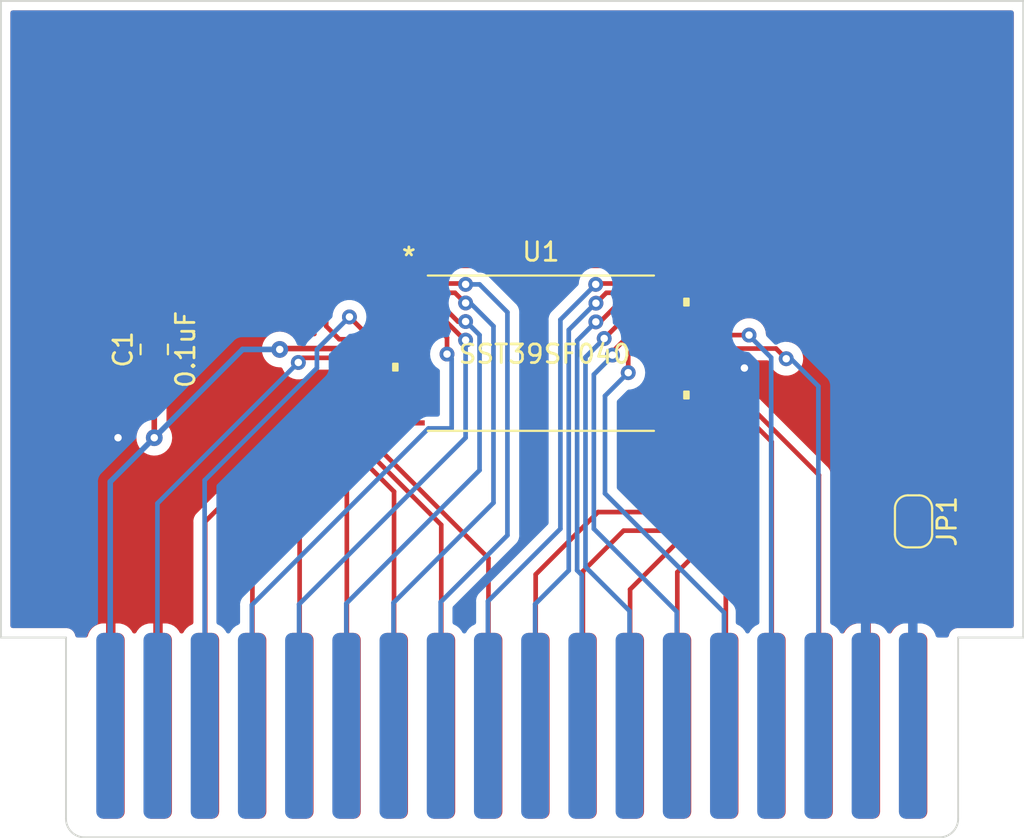
<source format=kicad_pcb>
(kicad_pcb (version 20211014) (generator pcbnew)
  (layers (0 "F.Cu" signal) (31 "B.Cu" signal) (34 "B.Paste" user) (35 "F.Paste" user) (36 "B.SilkS" user "B.Silkscreen") (37 "F.SilkS" user "F.Silkscreen") (38 "B.Mask" user) (39 "F.Mask" user) (44 "Edge.Cuts" user))
  (net 0 "")
  (net 1 "/VCC")
  (net 2 "/GND")
  (net 3 "/A16")
  (net 4 "/A15")
  (net 5 "/A12")
  (net 6 "/A7")
  (net 7 "/A6")
  (net 8 "/A5")
  (net 9 "/A4")
  (net 10 "/A3")
  (net 11 "/A2")
  (net 12 "/A1")
  (net 13 "/A0")
  (net 14 "/D0")
  (net 15 "/D1")
  (net 16 "/D2")
  (net 17 "/PGM")
  (net 18 "/A18")
  (net 19 "/A17")
  (net 20 "/A14")
  (net 21 "/A13")
  (net 22 "/A8")
  (net 23 "/A9")
  (net 24 "/A11")
  (net 25 "/OE")
  (net 26 "/A10")
  (net 27 "/CE")
  (net 28 "/D7")
  (net 29 "/D6")
  (net 30 "/D5")
  (net 31 "/D4")
  (net 32 "/D3")
  (net 33 "Net-(U1-Pad7)")
  (footprint "Jumper:SolderJumper-2_P1.3mm_Open_RoundedPad1.0x1.5mm" (layer "F.Cu") (at 99.1 78 -90)
    (fp_text reference "JP1" (at 0 -1.8 90) (layer "F.SilkS"))
    (fp_text value "SolderJumper_2_Open")
    (fp_line (start 1.4 -0.3) (end 1.4 0.3) (layer "F.SilkS") (width 0.12))
    (fp_line (start -0.7 -1) (end 0.7 -1) (layer "F.SilkS") (width 0.12))
    (fp_line (start 0.7 1) (end -0.7 1) (layer "F.SilkS") (width 0.12))
    (fp_line (start -1.4 0.3) (end -1.4 -0.3) (layer "F.SilkS") (width 0.12))
    (fp_arc (start -1.4 -0.3) (mid -1.194975 -0.794975) (end -0.7 -1) (layer "F.SilkS") (width 0.12))
    (fp_arc (start -0.7 1) (mid -1.194975 0.794975) (end -1.4 0.3) (layer "F.SilkS") (width 0.12))
    (fp_arc (start 1.4 0.3) (mid 1.194975 0.794975) (end 0.7 1) (layer "F.SilkS") (width 0.12))
    (fp_arc (start 0.7 -1) (mid 1.194975 -0.794975) (end 1.4 -0.3) (layer "F.SilkS") (width 0.12))
    (pad "1" smd custom (at -0.65 0 270) (size 1 0.5) (layers "F.Cu" "F.Mask") (net 33 "Net-(U1-Pad7)") (options (clearance outline) (anchor rect)) (primitives (gr_circle (center 0 0.25) (end 0.5 0.25) (width 0) (fill yes)) (gr_circle (center 0 -0.25) (end 0.5 -0.25) (width 0) (fill yes)) (gr_poly (pts (xy 0.5 0.75) (xy 0 0.75) (xy 0 -0.75) (xy 0.5 -0.75)) (width 0) (fill yes))))
    (pad "2" smd custom (at 0.65 0 270) (size 1 0.5) (layers "F.Cu" "F.Mask") (net 17 "/PGM") (options (clearance outline) (anchor rect)) (primitives (gr_circle (center 0 0.25) (end 0.5 0.25) (width 0) (fill yes)) (gr_circle (center 0 -0.25) (end 0.5 -0.25) (width 0) (fill yes)) (gr_poly (pts (xy 0 0.75) (xy -0.5 0.75) (xy -0.5 -0.75) (xy 0 -0.75)) (width 0) (fill yes))))
  )
  (footprint "REB_Flash:SST39SF040-55-4C-WHE-T" (layer "F.Cu") (at 79.050225 68.9525)
    (fp_text reference "U1" (at 0 -5.4525) (layer "F.SilkS"))
    (fp_text value "SST39SF040" (at 0.199775 0.0475) (layer "F.SilkS"))
    (fp_text user "*" (at -7.102849 -5.1724) (layer "F.SilkS"))
    (fp_line (start -6.082791 4.1783) (end 6.082791 4.1783) (layer "F.SilkS") (width 0.12))
    (fp_line (start 6.082791 -4.1783) (end -6.082791 -4.1783) (layer "F.SilkS") (width 0.12))
    (fp_poly (pts (xy 7.957299 2.059501) (xy 7.957299 2.440501) (xy 7.703299 2.440501) (xy 7.703299 2.059501)) (layer "F.SilkS") (width 0.1) (fill solid))
    (fp_poly (pts (xy -7.957299 0.559501) (xy -7.957299 0.940501) (xy -7.703299 0.940501) (xy -7.703299 0.559501)) (layer "F.SilkS") (width 0.1) (fill solid))
    (fp_poly (pts (xy 7.957299 -2.9405) (xy 7.957299 -2.5595) (xy 7.703299 -2.5595) (xy 7.703299 -2.9405)) (layer "F.SilkS") (width 0.1) (fill solid))
    (pad "1" smd rect locked (at -6.848848 -3.75) (size 1.200899 0.2794) (layers "F.Cu" "F.Paste" "F.Mask") (net 24 "/A11"))
    (pad "2" smd rect locked (at -6.848848 -3.250001) (size 1.200899 0.2794) (layers "F.Cu" "F.Paste" "F.Mask") (net 23 "/A9"))
    (pad "3" smd rect locked (at -6.848848 -2.75) (size 1.200899 0.2794) (layers "F.Cu" "F.Paste" "F.Mask") (net 22 "/A8"))
    (pad "4" smd rect locked (at -6.848848 -2.250001) (size 1.200899 0.2794) (layers "F.Cu" "F.Paste" "F.Mask") (net 21 "/A13"))
    (pad "5" smd rect locked (at -6.848848 -1.749999) (size 1.200899 0.2794) (layers "F.Cu" "F.Paste" "F.Mask") (net 20 "/A14"))
    (pad "6" smd rect locked (at -6.848848 -1.25) (size 1.200899 0.2794) (layers "F.Cu" "F.Paste" "F.Mask") (net 19 "/A17"))
    (pad "7" smd rect locked (at -6.848848 -0.750001) (size 1.200899 0.2794) (layers "F.Cu" "F.Paste" "F.Mask") (net 33 "Net-(U1-Pad7)"))
    (pad "8" smd rect locked (at -6.848848 -0.25) (size 1.200899 0.2794) (layers "F.Cu" "F.Paste" "F.Mask") (net 1 "/VCC"))
    (pad "9" smd rect locked (at -6.848848 0.25) (size 1.200899 0.2794) (layers "F.Cu" "F.Paste" "F.Mask") (net 18 "/A18"))
    (pad "10" smd rect locked (at -6.848848 0.750001) (size 1.200899 0.2794) (layers "F.Cu" "F.Paste" "F.Mask") (net 3 "/A16"))
    (pad "11" smd rect locked (at -6.848848 1.25) (size 1.200899 0.2794) (layers "F.Cu" "F.Paste" "F.Mask") (net 4 "/A15"))
    (pad "12" smd rect locked (at -6.848848 1.749999) (size 1.200899 0.2794) (layers "F.Cu" "F.Paste" "F.Mask") (net 5 "/A12"))
    (pad "13" smd rect locked (at -6.848848 2.250001) (size 1.200899 0.2794) (layers "F.Cu" "F.Paste" "F.Mask") (net 6 "/A7"))
    (pad "14" smd rect locked (at -6.848848 2.75) (size 1.200899 0.2794) (layers "F.Cu" "F.Paste" "F.Mask") (net 7 "/A6"))
    (pad "15" smd rect locked (at -6.848848 3.250001) (size 1.200899 0.2794) (layers "F.Cu" "F.Paste" "F.Mask") (net 8 "/A5"))
    (pad "16" smd rect locked (at -6.848848 3.75) (size 1.200899 0.2794) (layers "F.Cu" "F.Paste" "F.Mask") (net 9 "/A4"))
    (pad "17" smd rect locked (at 6.848848 3.75) (size 1.200899 0.2794) (layers "F.Cu" "F.Paste" "F.Mask") (net 10 "/A3"))
    (pad "18" smd rect locked (at 6.848848 3.250001) (size 1.200899 0.2794) (layers "F.Cu" "F.Paste" "F.Mask") (net 11 "/A2"))
    (pad "19" smd rect locked (at 6.848848 2.75) (size 1.200899 0.2794) (layers "F.Cu" "F.Paste" "F.Mask") (net 12 "/A1"))
    (pad "20" smd rect locked (at 6.848848 2.250001) (size 1.200899 0.2794) (layers "F.Cu" "F.Paste" "F.Mask") (net 13 "/A0"))
    (pad "21" smd rect locked (at 6.848848 1.749999) (size 1.200899 0.2794) (layers "F.Cu" "F.Paste" "F.Mask") (net 14 "/D0"))
    (pad "22" smd rect locked (at 6.848848 1.25) (size 1.200899 0.2794) (layers "F.Cu" "F.Paste" "F.Mask") (net 15 "/D1"))
    (pad "23" smd rect locked (at 6.848848 0.750001) (size 1.200899 0.2794) (layers "F.Cu" "F.Paste" "F.Mask") (net 16 "/D2"))
    (pad "24" smd rect locked (at 6.848848 0.25) (size 1.200899 0.2794) (layers "F.Cu" "F.Paste" "F.Mask") (net 2 "/GND"))
    (pad "25" smd rect locked (at 6.848848 -0.25) (size 1.200899 0.2794) (layers "F.Cu" "F.Paste" "F.Mask") (net 32 "/D3"))
    (pad "26" smd rect locked (at 6.848848 -0.750001) (size 1.200899 0.2794) (layers "F.Cu" "F.Paste" "F.Mask") (net 31 "/D4"))
    (pad "27" smd rect locked (at 6.848848 -1.25) (size 1.200899 0.2794) (layers "F.Cu" "F.Paste" "F.Mask") (net 30 "/D5"))
    (pad "28" smd rect locked (at 6.848848 -1.749999) (size 1.200899 0.2794) (layers "F.Cu" "F.Paste" "F.Mask") (net 29 "/D6"))
    (pad "29" smd rect locked (at 6.848848 -2.250001) (size 1.200899 0.2794) (layers "F.Cu" "F.Paste" "F.Mask") (net 28 "/D7"))
    (pad "30" smd rect locked (at 6.848848 -2.75) (size 1.200899 0.2794) (layers "F.Cu" "F.Paste" "F.Mask") (net 27 "/CE"))
    (pad "31" smd rect locked (at 6.848848 -3.250001) (size 1.200899 0.2794) (layers "F.Cu" "F.Paste" "F.Mask") (net 26 "/A10"))
    (pad "32" smd rect locked (at 6.848848 -3.75) (size 1.200899 0.2794) (layers "F.Cu" "F.Paste" "F.Mask") (net 25 "/OE"))
  )
  (footprint "REB_Edge:REB_EdgeConnector_36pin" (layer "F.Cu") (at 77.5 89)
    (fp_text reference "J1" hide)
    (fp_text value "Conn_02x18_Top_Bottom")
    (pad "1" connect roundrect (at -21.59 0) (size 1.5 10) (layers "F.Cu" "F.Mask") (net 2 "/GND"))
    (pad "2" connect roundrect (at -19.05 0) (size 1.5 10) (layers "F.Cu" "F.Mask") (net 2 "/GND"))
    (pad "3" connect roundrect (at -16.51 0) (size 1.5 10) (layers "F.Cu" "F.Mask") (net 3 "/A16"))
    (pad "4" connect roundrect (at -13.97 0) (size 1.5 10) (layers "F.Cu" "F.Mask") (net 4 "/A15"))
    (pad "5" connect roundrect (at -11.43 0) (size 1.5 10) (layers "F.Cu" "F.Mask") (net 5 "/A12"))
    (pad "6" connect roundrect (at -8.89 0) (size 1.5 10) (layers "F.Cu" "F.Mask") (net 6 "/A7"))
    (pad "7" connect roundrect (at -6.35 0) (size 1.5 10) (layers "F.Cu" "F.Mask") (net 7 "/A6"))
    (pad "8" connect roundrect (at -3.81 0) (size 1.5 10) (layers "F.Cu" "F.Mask") (net 8 "/A5"))
    (pad "9" connect roundrect (at -1.27 0) (size 1.5 10) (layers "F.Cu" "F.Mask") (net 9 "/A4"))
    (pad "10" connect roundrect (at 1.27 0) (size 1.5 10) (layers "F.Cu" "F.Mask") (net 10 "/A3"))
    (pad "11" connect roundrect (at 3.81 0) (size 1.5 10) (layers "F.Cu" "F.Mask") (net 11 "/A2"))
    (pad "12" connect roundrect (at 6.35 0) (size 1.5 10) (layers "F.Cu" "F.Mask") (net 12 "/A1"))
    (pad "13" connect roundrect (at 8.89 0) (size 1.5 10) (layers "F.Cu" "F.Mask") (net 13 "/A0"))
    (pad "14" connect roundrect (at 11.43 0) (size 1.5 10) (layers "F.Cu" "F.Mask") (net 14 "/D0"))
    (pad "15" connect roundrect (at 13.97 0) (size 1.5 10) (layers "F.Cu" "F.Mask") (net 15 "/D1"))
    (pad "16" connect roundrect (at 16.51 0) (size 1.5 10) (layers "F.Cu" "F.Mask") (net 16 "/D2"))
    (pad "17" connect roundrect (at 19.05 0) (size 1.5 10) (layers "F.Cu" "F.Mask") (net 2 "/GND"))
    (pad "18" connect roundrect (at 21.59 0) (size 1.5 10) (layers "F.Cu" "F.Mask") (net 17 "/PGM"))
    (pad "19" connect roundrect (at -21.62 0) (size 1.5 10) (layers "B.Cu" "B.Mask") (net 1 "/VCC"))
    (pad "20" connect roundrect (at -19.08 0) (size 1.5 10) (layers "B.Cu" "B.Mask") (net 18 "/A18"))
    (pad "21" connect roundrect (at -16.54 0) (size 1.5 10) (layers "B.Cu" "B.Mask") (net 19 "/A17"))
    (pad "22" connect roundrect (at -14 0) (size 1.5 10) (layers "B.Cu" "B.Mask") (net 20 "/A14"))
    (pad "23" connect roundrect (at -11.46 0) (size 1.5 10) (layers "B.Cu" "B.Mask") (net 21 "/A13"))
    (pad "24" connect roundrect (at -8.92 0) (size 1.5 10) (layers "B.Cu" "B.Mask") (net 22 "/A8"))
    (pad "25" connect roundrect (at -6.38 0) (size 1.5 10) (layers "B.Cu" "B.Mask") (net 23 "/A9"))
    (pad "26" connect roundrect (at -3.84 0) (size 1.5 10) (layers "B.Cu" "B.Mask") (net 24 "/A11"))
    (pad "27" connect roundrect (at -1.3 0) (size 1.5 10) (layers "B.Cu" "B.Mask") (net 25 "/OE"))
    (pad "28" connect roundrect (at 1.24 0) (size 1.5 10) (layers "B.Cu" "B.Mask") (net 26 "/A10"))
    (pad "29" connect roundrect (at 3.78 0) (size 1.5 10) (layers "B.Cu" "B.Mask") (net 27 "/CE"))
    (pad "30" connect roundrect (at 6.32 0) (size 1.5 10) (layers "B.Cu" "B.Mask") (net 28 "/D7"))
    (pad "31" connect roundrect (at 8.86 0) (size 1.5 10) (layers "B.Cu" "B.Mask") (net 29 "/D6"))
    (pad "32" connect roundrect (at 11.4 0) (size 1.5 10) (layers "B.Cu" "B.Mask") (net 30 "/D5"))
    (pad "33" connect roundrect (at 13.94 0) (size 1.5 10) (layers "B.Cu" "B.Mask") (net 31 "/D4"))
    (pad "34" connect roundrect (at 16.48 0) (size 1.5 10) (layers "B.Cu" "B.Mask") (net 32 "/D3"))
    (pad "35" connect roundrect (at 19.02 0) (size 1.5 10) (layers "B.Cu" "B.Mask") (net 2 "/GND"))
    (pad "36" connect roundrect (at 21.56 0) (size 1.5 10) (layers "B.Cu" "B.Mask") (net 2 "/GND"))
  )
  (footprint "Capacitor_SMD:C_0805_2012Metric_Pad1.18x1.45mm_HandSolder" (layer "F.Cu") (at 58.25 68.75 90)
    (fp_text reference "C1" (at 0 -1.68 90) (layer "F.SilkS"))
    (fp_text value "0.1uF" (at 0 1.68 90) (layer "F.SilkS"))
    (fp_line (start -0.261252 0.735) (end 0.261252 0.735) (layer "F.SilkS") (width 0.12))
    (fp_line (start -0.261252 -0.735) (end 0.261252 -0.735) (layer "F.SilkS") (width 0.12))
    (pad "1" smd roundrect (at -1.0375 0 90) (size 1.175 1.45) (layers "F.Cu" "F.Paste" "F.Mask") (roundrect_rratio 0.2127659574) (net 1 "/VCC"))
    (pad "2" smd roundrect (at 1.0375 0 90) (size 1.175 1.45) (layers "F.Cu" "F.Paste" "F.Mask") (roundrect_rratio 0.2127659574) (net 2 "/GND"))
  )
  (gr_line (start 105 84.25) (end 105 50) (layer "Edge.Cuts") (width 0.1))
  (gr_line (start 50 50) (end 50 84.25) (layer "Edge.Cuts") (width 0.1))
  (gr_arc (start 54.5 95) (mid 53.792893 94.707107) (end 53.5 94) (layer "Edge.Cuts") (width 0.1))
  (gr_arc (start 101.5 94) (mid 101.207107 94.707107) (end 100.5 95) (layer "Edge.Cuts") (width 0.1))
  (gr_line (start 101.5 84.25) (end 105 84.25) (layer "Edge.Cuts") (width 0.1))
  (gr_line (start 100.5 95) (end 54.5 95) (layer "Edge.Cuts") (width 0.1))
  (gr_line (start 50 84.25) (end 53.5 84.25) (layer "Edge.Cuts") (width 0.1))
  (gr_line (start 50 50) (end 105 50) (layer "Edge.Cuts") (width 0.1))
  (gr_line (start 53.5 84.25) (end 53.5 94) (layer "Edge.Cuts") (width 0.1))
  (gr_line (start 101.5 94) (end 101.5 84.25) (layer "Edge.Cuts") (width 0.1))
  (segment (start 65 68.75) (end 65.0475 68.7025) (width 0.3) (layer "F.Cu") (net 1))
  (segment (start 65.0475 68.7025) (end 72.201377 68.7025) (width 0.3) (layer "F.Cu") (net 1))
  (segment (start 58.25 73.5) (end 58.25 69.7875) (width 0.3) (layer "F.Cu") (net 1))
  (via (at 58.25 73.5) (size 0.9) (drill 0.4) (layers "F.Cu" "B.Cu") (net 1))
  (via (at 65 68.75) (size 0.9) (drill 0.4) (layers "F.Cu" "B.Cu") (net 1))
  (segment (start 63 68.75) (end 55.88 75.87) (width 0.3) (layer "B.Cu") (net 1))
  (segment (start 55.88 75.87) (end 55.88 89) (width 0.3) (layer "B.Cu") (net 1))
  (segment (start 65 68.75) (end 63 68.75) (width 0.3) (layer "B.Cu") (net 1))
  (segment (start 85.899073 69.2025) (end 89.4525 69.2025) (width 0.3) (layer "F.Cu") (net 2))
  (segment (start 89.4525 69.2025) (end 90 69.75) (width 0.3) (layer "F.Cu") (net 2))
  (via (at 90 69.75) (size 0.9) (drill 0.4) (layers "F.Cu" "B.Cu") (net 2))
  (via (at 56.3 73.5) (size 0.8) (drill 0.4) (layers "F.Cu" "B.Cu") (net 2))
  (segment (start 60.99 89) (end 60.99 78.01) (width 0.25) (layer "F.Cu") (net 3))
  (segment (start 69.297499 69.702501) (end 72.201377 69.702501) (width 0.25) (layer "F.Cu") (net 3))
  (segment (start 60.99 78.01) (end 69.297499 69.702501) (width 0.25) (layer "F.Cu") (net 3))
  (segment (start 69.512201 70.237799) (end 71.75 70.237799) (width 0.25) (layer "F.Cu") (net 4))
  (segment (start 63.53 89) (end 63.53 76.22) (width 0.25) (layer "F.Cu") (net 4))
  (segment (start 63.53 76.22) (end 69.512201 70.237799) (width 0.25) (layer "F.Cu") (net 4))
  (segment (start 66.07 74.361802) (end 69.729303 70.702499) (width 0.25) (layer "F.Cu") (net 5))
  (segment (start 66.07 89) (end 66.07 74.361802) (width 0.25) (layer "F.Cu") (net 5))
  (segment (start 69.729303 70.702499) (end 72.201377 70.702499) (width 0.25) (layer "F.Cu") (net 5))
  (segment (start 68.61 72.458198) (end 69.865697 71.202501) (width 0.25) (layer "F.Cu") (net 6))
  (segment (start 68.61 89) (end 68.61 72.458198) (width 0.25) (layer "F.Cu") (net 6))
  (segment (start 69.865697 71.202501) (end 72.201377 71.202501) (width 0.25) (layer "F.Cu") (net 6))
  (segment (start 71.15 89) (end 71.15 76.4) (width 0.25) (layer "F.Cu") (net 7))
  (segment (start 69.25 74.5) (end 69.25 72.5) (width 0.25) (layer "F.Cu") (net 7))
  (segment (start 71.15 76.4) (end 69.25 74.5) (width 0.25) (layer "F.Cu") (net 7))
  (segment (start 70.0475 71.7025) (end 72.201377 71.7025) (width 0.25) (layer "F.Cu") (net 7))
  (segment (start 69.25 72.5) (end 70.0475 71.7025) (width 0.25) (layer "F.Cu") (net 7))
  (segment (start 73.69 78.19) (end 69.75 74.25) (width 0.25) (layer "F.Cu") (net 8))
  (segment (start 69.75 74.25) (end 69.75 72.75) (width 0.25) (layer "F.Cu") (net 8))
  (segment (start 73.69 89) (end 73.69 78.19) (width 0.25) (layer "F.Cu") (net 8))
  (segment (start 70.297499 72.202501) (end 72.201377 72.202501) (width 0.25) (layer "F.Cu") (net 8))
  (segment (start 69.75 72.75) (end 70.297499 72.202501) (width 0.25) (layer "F.Cu") (net 8))
  (segment (start 70.2 72.993198) (end 70.490698 72.7025) (width 0.25) (layer "F.Cu") (net 9))
  (segment (start 76.23 79.98) (end 70.2 73.95) (width 0.25) (layer "F.Cu") (net 9))
  (segment (start 76.23 89) (end 76.23 79.98) (width 0.25) (layer "F.Cu") (net 9))
  (segment (start 70.2 73.95) (end 70.2 72.993198) (width 0.25) (layer "F.Cu") (net 9))
  (segment (start 70.490698 72.7025) (end 72.201377 72.7025) (width 0.25) (layer "F.Cu") (net 9))
  (segment (start 78.77 80.855) (end 82.125 77.5) (width 0.25) (layer "F.Cu") (net 10))
  (segment (start 85.75 77.5) (end 87.1 76.15) (width 0.25) (layer "F.Cu") (net 10))
  (segment (start 86.816104 72.7025) (end 85.899073 72.7025) (width 0.25) (layer "F.Cu") (net 10))
  (segment (start 82.125 77.5) (end 85.75 77.5) (width 0.25) (layer "F.Cu") (net 10))
  (segment (start 78.77 89) (end 78.77 80.855) (width 0.25) (layer "F.Cu") (net 10))
  (segment (start 87.1 76.15) (end 87.1 72.986396) (width 0.25) (layer "F.Cu") (net 10))
  (segment (start 87.1 72.986396) (end 86.816104 72.7025) (width 0.25) (layer "F.Cu") (net 10))
  (segment (start 81.31 80.69) (end 83.5 78.5) (width 0.25) (layer "F.Cu") (net 11))
  (segment (start 83.5 78.5) (end 85.886396 78.5) (width 0.25) (layer "F.Cu") (net 11))
  (segment (start 81.31 89) (end 81.31 80.69) (width 0.25) (layer "F.Cu") (net 11))
  (segment (start 86.952501 72.202501) (end 85.899073 72.202501) (width 0.25) (layer "F.Cu") (net 11))
  (segment (start 87.55 72.8) (end 86.952501 72.202501) (width 0.25) (layer "F.Cu") (net 11))
  (segment (start 85.886396 78.5) (end 87.55 76.836396) (width 0.25) (layer "F.Cu") (net 11))
  (segment (start 87.55 76.836396) (end 87.55 72.8) (width 0.25) (layer "F.Cu") (net 11))
  (segment (start 88 77.511396) (end 88 72.5) (width 0.25) (layer "F.Cu") (net 12))
  (segment (start 83.85 89) (end 83.85 81.661396) (width 0.25) (layer "F.Cu") (net 12))
  (segment (start 88 72.5) (end 87.2025 71.7025) (width 0.25) (layer "F.Cu") (net 12))
  (segment (start 87.2025 71.7025) (end 85.899073 71.7025) (width 0.25) (layer "F.Cu") (net 12))
  (segment (start 83.85 81.661396) (end 88 77.511396) (width 0.25) (layer "F.Cu") (net 12))
  (segment (start 88.5 78.625) (end 88.5 72.25) (width 0.25) (layer "F.Cu") (net 13))
  (segment (start 86.39 80.735) (end 88.5 78.625) (width 0.25) (layer "F.Cu") (net 13))
  (segment (start 87.452501 71.202501) (end 85.899073 71.202501) (width 0.25) (layer "F.Cu") (net 13))
  (segment (start 86.39 89) (end 86.39 80.735) (width 0.25) (layer "F.Cu") (net 13))
  (segment (start 88.5 72.25) (end 87.452501 71.202501) (width 0.25) (layer "F.Cu") (net 13))
  (segment (start 89 88.93) (end 89 72) (width 0.25) (layer "F.Cu") (net 14))
  (segment (start 88.93 89) (end 89 88.93) (width 0.25) (layer "F.Cu") (net 14))
  (segment (start 87.702499 70.702499) (end 85.899073 70.702499) (width 0.25) (layer "F.Cu") (net 14))
  (segment (start 89 72) (end 87.702499 70.702499) (width 0.25) (layer "F.Cu") (net 14))
  (segment (start 91.47 73.72) (end 87.9525 70.2025) (width 0.25) (layer "F.Cu") (net 15))
  (segment (start 87.9525 70.2025) (end 85.899073 70.2025) (width 0.25) (layer "F.Cu") (net 15))
  (segment (start 91.47 89) (end 91.47 73.72) (width 0.25) (layer "F.Cu") (net 15))
  (segment (start 88.202501 69.702501) (end 85.899073 69.702501) (width 0.25) (layer "F.Cu") (net 16))
  (segment (start 94.01 89) (end 94.01 75.51) (width 0.25) (layer "F.Cu") (net 16))
  (segment (start 94.01 75.51) (end 88.202501 69.702501) (width 0.25) (layer "F.Cu") (net 16))
  (segment (start 99.09 89) (end 99.09 78.66) (width 0.25) (layer "F.Cu") (net 17))
  (segment (start 99.09 78.66) (end 99.1 78.65) (width 0.25) (layer "F.Cu") (net 17))
  (segment (start 66.2495 69.2025) (end 72.201377 69.2025) (width 0.25) (layer "F.Cu") (net 18))
  (segment (start 66 69.452) (end 66.2495 69.2025) (width 0.25) (layer "F.Cu") (net 18))
  (via (at 66 69.452) (size 0.8) (drill 0.4) (layers "F.Cu" "B.Cu") (net 18))
  (segment (start 58.42 77.032) (end 58.42 89) (width 0.25) (layer "B.Cu") (net 18))
  (segment (start 66 69.452) (end 58.42 77.032) (width 0.25) (layer "B.Cu") (net 18))
  (segment (start 68.75 67) (end 69.4525 67.7025) (width 0.25) (layer "F.Cu") (net 19))
  (segment (start 69.4525 67.7025) (end 72.201377 67.7025) (width 0.25) (layer "F.Cu") (net 19))
  (via (at 68.75 67) (size 0.8) (drill 0.4) (layers "F.Cu" "B.Cu") (net 19))
  (segment (start 68.75 67) (end 67 68.75) (width 0.25) (layer "B.Cu") (net 19))
  (segment (start 67 69.75) (end 60.96 75.79) (width 0.25) (layer "B.Cu") (net 19))
  (segment (start 67 68.75) (end 67 69.75) (width 0.25) (layer "B.Cu") (net 19))
  (segment (start 60.96 75.79) (end 60.96 89) (width 0.25) (layer "B.Cu") (net 19))
  (segment (start 74 69) (end 74 68.110974) (width 0.25) (layer "F.Cu") (net 20))
  (segment (start 74 68.110974) (end 73.091527 67.202501) (width 0.25) (layer "F.Cu") (net 20))
  (segment (start 73.091527 67.202501) (end 72.201377 67.202501) (width 0.25) (layer "F.Cu") (net 20))
  (via (at 74 69) (size 0.8) (drill 0.4) (layers "F.Cu" "B.Cu") (net 20))
  (segment (start 63.5 89) (end 63.5 82.5) (width 0.25) (layer "B.Cu") (net 20))
  (segment (start 74.25 69.25) (end 74 69) (width 0.25) (layer "B.Cu") (net 20))
  (segment (start 73 73) (end 74.25 73) (width 0.25) (layer "B.Cu") (net 20))
  (segment (start 74.25 73) (end 74.25 69.25) (width 0.25) (layer "B.Cu") (net 20))
  (segment (start 63.5 82.5) (end 73 73) (width 0.25) (layer "B.Cu") (net 20))
  (segment (start 74.952238 68.25) (end 73.404737 66.702499) (width 0.25) (layer "F.Cu") (net 21))
  (segment (start 73.404737 66.702499) (end 72.201377 66.702499) (width 0.25) (layer "F.Cu") (net 21))
  (segment (start 75 68.25) (end 74.952238 68.25) (width 0.25) (layer "F.Cu") (net 21))
  (via (at 75 68.25) (size 0.8) (drill 0.4) (layers "F.Cu" "B.Cu") (net 21))
  (segment (start 75 73.5) (end 75 68.25) (width 0.25) (layer "B.Cu") (net 21))
  (segment (start 66.04 89) (end 66.04 82.46) (width 0.25) (layer "B.Cu") (net 21))
  (segment (start 66.04 82.46) (end 75 73.5) (width 0.25) (layer "B.Cu") (net 21))
  (segment (start 75 67.25) (end 74.588634 67.25) (width 0.25) (layer "F.Cu") (net 22))
  (segment (start 73.541134 66.2025) (end 72.201377 66.2025) (width 0.25) (layer "F.Cu") (net 22))
  (segment (start 74.588634 67.25) (end 73.541134 66.2025) (width 0.25) (layer "F.Cu") (net 22))
  (via (at 75 67.25) (size 0.8) (drill 0.4) (layers "F.Cu" "B.Cu") (net 22))
  (segment (start 68.58 82.42) (end 68.58 89) (width 0.25) (layer "B.Cu") (net 22))
  (segment (start 75.75 67.974695) (end 75.75 75.25) (width 0.25) (layer "B.Cu") (net 22))
  (segment (start 75 67.25) (end 75.025305 67.25) (width 0.25) (layer "B.Cu") (net 22))
  (segment (start 75.75 75.25) (end 68.58 82.42) (width 0.25) (layer "B.Cu") (net 22))
  (segment (start 75.025305 67.25) (end 75.75 67.974695) (width 0.25) (layer "B.Cu") (net 22))
  (segment (start 74.975192 66.250497) (end 74.427194 65.702499) (width 0.25) (layer "F.Cu") (net 23))
  (segment (start 75 66.250497) (end 74.975192 66.250497) (width 0.25) (layer "F.Cu") (net 23))
  (segment (start 74.427194 65.702499) (end 72.201377 65.702499) (width 0.25) (layer "F.Cu") (net 23))
  (via (at 75 66.250497) (size 0.8) (drill 0.4) (layers "F.Cu" "B.Cu") (net 23))
  (segment (start 76.5 67.5) (end 76.5 77) (width 0.25) (layer "B.Cu") (net 23))
  (segment (start 76.5 77) (end 71.12 82.38) (width 0.25) (layer "B.Cu") (net 23))
  (segment (start 75.250497 66.250497) (end 76.5 67.5) (width 0.25) (layer "B.Cu") (net 23))
  (segment (start 75 66.250497) (end 75.250497 66.250497) (width 0.25) (layer "B.Cu") (net 23))
  (segment (start 71.12 82.38) (end 71.12 89) (width 0.25) (layer "B.Cu") (net 23))
  (segment (start 75 65.25) (end 74.9525 65.2025) (width 0.25) (layer "F.Cu") (net 24))
  (segment (start 74.9525 65.2025) (end 72.201377 65.2025) (width 0.25) (layer "F.Cu") (net 24))
  (via (at 75 65.25) (size 0.8) (drill 0.4) (layers "F.Cu" "B.Cu") (net 24))
  (segment (start 77.25 66.75) (end 77.25 78.75) (width 0.25) (layer "B.Cu") (net 24))
  (segment (start 75.75 65.25) (end 77.25 66.75) (width 0.25) (layer "B.Cu") (net 24))
  (segment (start 77.25 78.75) (end 73.66 82.34) (width 0.25) (layer "B.Cu") (net 24))
  (segment (start 73.66 82.34) (end 73.66 89) (width 0.25) (layer "B.Cu") (net 24))
  (segment (start 75 65.25) (end 75.75 65.25) (width 0.25) (layer "B.Cu") (net 24))
  (segment (start 82.0475 65.2025) (end 85.899073 65.2025) (width 0.25) (layer "F.Cu") (net 25))
  (segment (start 82 65.25) (end 82.0475 65.2025) (width 0.25) (layer "F.Cu") (net 25))
  (via (at 82 65.25) (size 0.8) (drill 0.4) (layers "F.Cu" "B.Cu") (net 25))
  (segment (start 80.1 78.4) (end 76.2 82.3) (width 0.25) (layer "B.Cu") (net 25))
  (segment (start 82 65.25) (end 80.1 67.15) (width 0.25) (layer "B.Cu") (net 25))
  (segment (start 80.1 67.15) (end 80.1 78.4) (width 0.25) (layer "B.Cu") (net 25))
  (segment (start 76.2 82.3) (end 76.2 89) (width 0.25) (layer "B.Cu") (net 25))
  (segment (start 82.012548 66.262051) (end 82.5721 65.702499) (width 0.25) (layer "F.Cu") (net 26))
  (segment (start 82.5721 65.702499) (end 85.899073 65.702499) (width 0.25) (layer "F.Cu") (net 26))
  (via (at 82.012548 66.262051) (size 0.8) (drill 0.4) (layers "F.Cu" "B.Cu") (net 26))
  (segment (start 81.987949 66.262051) (end 80.55 67.7) (width 0.25) (layer "B.Cu") (net 26))
  (segment (start 80.55 67.7) (end 80.55 80.643198) (width 0.25) (layer "B.Cu") (net 26))
  (segment (start 80.55 80.643198) (end 78.74 82.453198) (width 0.25) (layer "B.Cu") (net 26))
  (segment (start 82.012548 66.262051) (end 81.987949 66.262051) (width 0.25) (layer "B.Cu") (net 26))
  (segment (start 78.74 82.453198) (end 78.74 89) (width 0.25) (layer "B.Cu") (net 26))
  (segment (start 83.2975 66.2025) (end 85.899073 66.2025) (width 0.25) (layer "F.Cu") (net 27))
  (segment (start 82.231891 67.268109) (end 83.2975 66.2025) (width 0.25) (layer "F.Cu") (net 27))
  (segment (start 82.00649 67.268109) (end 82.231891 67.268109) (width 0.25) (layer "F.Cu") (net 27))
  (via (at 82.00649 67.268109) (size 0.8) (drill 0.4) (layers "F.Cu" "B.Cu") (net 27))
  (segment (start 81 68.274599) (end 81 80.636396) (width 0.25) (layer "B.Cu") (net 27))
  (segment (start 81.25 80.886396) (end 81.25 88.97) (width 0.25) (layer "B.Cu") (net 27))
  (segment (start 81 80.636396) (end 81.25 80.886396) (width 0.25) (layer "B.Cu") (net 27))
  (segment (start 82.00649 67.268109) (end 81 68.274599) (width 0.25) (layer "B.Cu") (net 27))
  (segment (start 81.25 88.97) (end 81.28 89) (width 0.25) (layer "B.Cu") (net 27))
  (segment (start 83.91496 66.702499) (end 85.899073 66.702499) (width 0.25) (layer "F.Cu") (net 28))
  (segment (start 82.457275 68.160184) (end 83.91496 66.702499) (width 0.25) (layer "F.Cu") (net 28))
  (via (at 82.457275 68.160184) (size 0.8) (drill 0.4) (layers "F.Cu" "B.Cu") (net 28))
  (segment (start 83.82 82.82) (end 83.82 89) (width 0.25) (layer "B.Cu") (net 28))
  (segment (start 81.45 69.167459) (end 81.45 80.45) (width 0.25) (layer "B.Cu") (net 28))
  (segment (start 82.457275 68.160184) (end 81.45 69.167459) (width 0.25) (layer "B.Cu") (net 28))
  (segment (start 81.45 80.45) (end 83.82 82.82) (width 0.25) (layer "B.Cu") (net 28))
  (segment (start 82.901613 68.879637) (end 84.578749 67.202501) (width 0.25) (layer "F.Cu") (net 29))
  (segment (start 84.578749 67.202501) (end 85.899073 67.202501) (width 0.25) (layer "F.Cu") (net 29))
  (segment (start 82.901613 69.055488) (end 82.901613 68.879637) (width 0.25) (layer "F.Cu") (net 29))
  (via (at 82.901613 69.055488) (size 0.8) (drill 0.4) (layers "F.Cu" "B.Cu") (net 29))
  (segment (start 86.36 82.86) (end 86.36 89) (width 0.25) (layer "B.Cu") (net 29))
  (segment (start 81.9 78.4) (end 86.36 82.86) (width 0.25) (layer "B.Cu") (net 29))
  (segment (start 81.9 70.100476) (end 81.9 78.4) (width 0.25) (layer "B.Cu") (net 29))
  (segment (start 82.901613 69.055488) (end 82.901613 69.098863) (width 0.25) (layer "B.Cu") (net 29))
  (segment (start 82.901613 69.098863) (end 81.9 70.100476) (width 0.25) (layer "B.Cu") (net 29))
  (segment (start 83.75 70) (end 83.75 69) (width 0.25) (layer "F.Cu") (net 30))
  (segment (start 83.75 69) (end 85.0475 67.7025) (width 0.25) (layer "F.Cu") (net 30))
  (segment (start 85.0475 67.7025) (end 85.899073 67.7025) (width 0.25) (layer "F.Cu") (net 30))
  (via (at 83.75 70) (size 0.8) (drill 0.4) (layers "F.Cu" "B.Cu") (net 30))
  (segment (start 83.75 70) (end 82.5 71.25) (width 0.25) (layer "B.Cu") (net 30))
  (segment (start 82.5 76.5) (end 88.9 82.9) (width 0.25) (layer "B.Cu") (net 30))
  (segment (start 88.9 82.9) (end 88.9 89) (width 0.25) (layer "B.Cu") (net 30))
  (segment (start 82.5 71.25) (end 82.5 76.5) (width 0.25) (layer "B.Cu") (net 30))
  (segment (start 89.176998 67.978) (end 88.952499 68.202499) (width 0.25) (layer "F.Cu") (net 31))
  (segment (start 90.25 67.978) (end 89.176998 67.978) (width 0.25) (layer "F.Cu") (net 31))
  (segment (start 88.952499 68.202499) (end 85.899073 68.202499) (width 0.25) (layer "F.Cu") (net 31))
  (via (at 90.25 67.978) (size 0.8) (drill 0.4) (layers "F.Cu" "B.Cu") (net 31))
  (segment (start 91.44 69.19) (end 91.44 89) (width 0.25) (layer "B.Cu") (net 31))
  (segment (start 90.25 67.978) (end 90.25 68) (width 0.25) (layer "B.Cu") (net 31))
  (segment (start 90.25 68) (end 91.44 69.19) (width 0.25) (layer "B.Cu") (net 31))
  (segment (start 92.25 69.25) (end 91.7025 68.7025) (width 0.25) (layer "F.Cu") (net 32))
  (segment (start 91.7025 68.7025) (end 85.899073 68.7025) (width 0.25) (layer "F.Cu") (net 32))
  (via (at 92.25 69.25) (size 0.8) (drill 0.4) (layers "F.Cu" "B.Cu") (net 32))
  (segment (start 92.25 69.25) (end 92.5 69.25) (width 0.25) (layer "B.Cu") (net 32))
  (segment (start 92.5 69.25) (end 93.98 70.73) (width 0.25) (layer "B.Cu") (net 32))
  (segment (start 93.98 70.73) (end 93.98 89) (width 0.25) (layer "B.Cu") (net 32))
  (segment (start 68.202499 68.202499) (end 67.5 67.5) (width 0.25) (layer "F.Cu") (net 33))
  (segment (start 68.5 64.25) (end 91 64.25) (width 0.25) (layer "F.Cu") (net 33))
  (segment (start 99 72.25) (end 99.09 72.34) (width 0.25) (layer "F.Cu") (net 33))
  (segment (start 91 64.25) (end 99 72.25) (width 0.25) (layer "F.Cu") (net 33))
  (segment (start 67.5 65.25) (end 68.5 64.25) (width 0.25) (layer "F.Cu") (net 33))
  (segment (start 99.1 77.35) (end 99.1 72.35) (width 0.25) (layer "F.Cu") (net 33))
  (segment (start 72.201377 68.202499) (end 68.202499 68.202499) (width 0.25) (layer "F.Cu") (net 33))
  (segment (start 99.1 72.35) (end 99 72.25) (width 0.25) (layer "F.Cu") (net 33))
  (segment (start 67.5 67.5) (end 67.5 65.25) (width 0.25) (layer "F.Cu") (net 33))
  (zone (net 2) (net_name "/GND") (layers F&B.Cu) (connect_pads (clearance 0.508)) (min_thickness 0.254) (fill yes (thermal_gap 0.508) (thermal_bridge_width 0.508))
    (polygon (pts (xy 105 80) (xy 105 84.25) (xy 50 84.25) (xy 50 50) (xy 105 50)))
  )
)
</source>
